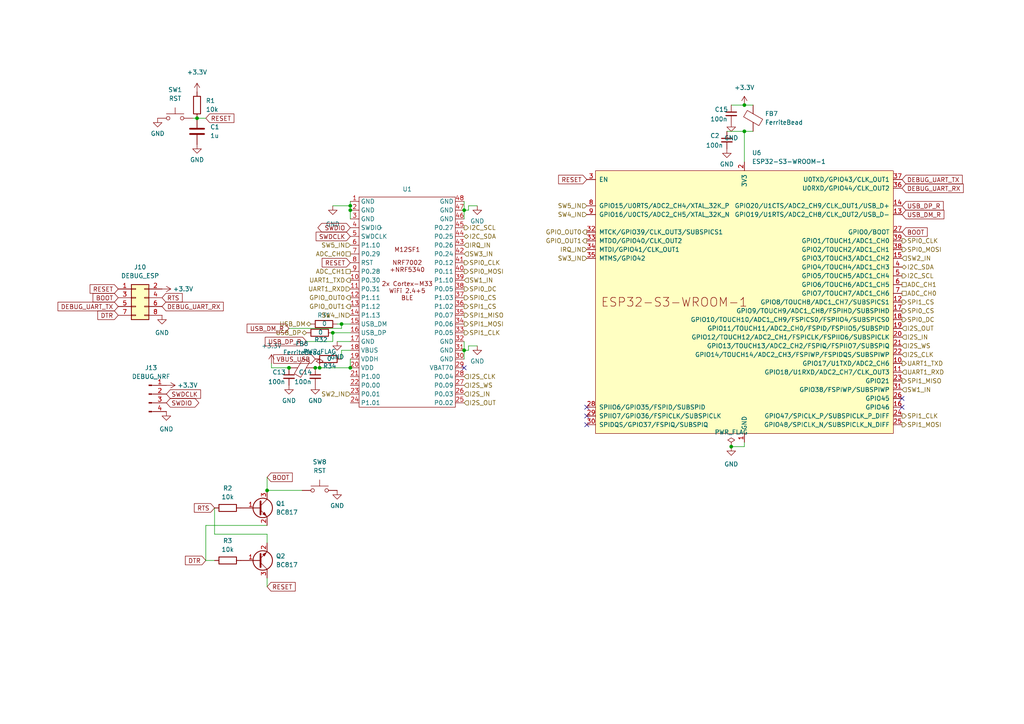
<source format=kicad_sch>
(kicad_sch (version 20231120) (generator "eeschema") (generator_version "8.0")
  (paper "A4")
  (lib_symbols
    (symbol "+3.3V_1" (power) (pin_names (offset 0))
      (property "Value" "+3.3V_1" (at 0 3.556 0))
      (symbol "+3.3V_1_0_1"
        (polyline (pts (xy -0.762 1.27) (xy 0 2.54)))
        (polyline (pts (xy 0 0) (xy 0 2.54)))
        (polyline (pts (xy 0 2.54) (xy 0.762 1.27)))
      )
      (symbol "+3.3V_1_1_1"
        (pin power_in line (at 0 0 90) (length 0) hide (name "+3.3V") (number "1"))
      )
    )
    (symbol "+3.3V_2" (power) (pin_names (offset 0))
      (property "Value" "+3.3V_2" (at 0 3.556 0))
      (symbol "+3.3V_2_0_1"
        (polyline (pts (xy -0.762 1.27) (xy 0 2.54)))
        (polyline (pts (xy 0 0) (xy 0 2.54)))
        (polyline (pts (xy 0 2.54) (xy 0.762 1.27)))
      )
      (symbol "+3.3V_2_1_1"
        (pin power_in line (at 0 0 90) (length 0) hide (name "+3.3V") (number "1"))
      )
    )
    (symbol "Connector:Conn_01x04_Pin" (pin_names (offset 1.016) hide)
      (property "Reference" "J" (at 0 5.08 0))
      (property "Value" "Conn_01x04_Pin" (at 0 -7.62 0))
      (symbol "Conn_01x04_Pin_1_1"
        (polyline (pts (xy 1.27 -5.08) (xy 0.8636 -5.08)) (stroke (width 0.1524)))
        (polyline (pts (xy 1.27 -2.54) (xy 0.8636 -2.54)) (stroke (width 0.1524)))
        (polyline (pts (xy 1.27 0) (xy 0.8636 0)) (stroke (width 0.1524)))
        (polyline (pts (xy 1.27 2.54) (xy 0.8636 2.54)) (stroke (width 0.1524)))
        (rectangle (start 0.8636 -4.953) (end 0 -5.207) (stroke (width 0.1524)) (fill (type outline)))
        (rectangle (start 0.8636 -2.413) (end 0 -2.667) (stroke (width 0.1524)) (fill (type outline)))
        (rectangle (start 0.8636 0.127) (end 0 -0.127) (stroke (width 0.1524)) (fill (type outline)))
        (rectangle (start 0.8636 2.667) (end 0 2.413) (stroke (width 0.1524)) (fill (type outline)))
        (pin passive line (at 5.08 2.54 180) (length 3.81) (name "Pin_1") (number "1"))
        (pin passive line (at 5.08 0 180) (length 3.81) (name "Pin_2") (number "2"))
        (pin passive line (at 5.08 -2.54 180) (length 3.81) (name "Pin_3") (number "3"))
        (pin passive line (at 5.08 -5.08 180) (length 3.81) (name "Pin_4") (number "4"))
      )
    )
    (symbol "Connector_Generic:Conn_02x04_Odd_Even" (pin_names (offset 1.016) hide)
      (property "Reference" "J" (at 1.27 5.08 0))
      (property "Value" "Conn_02x04_Odd_Even" (at 1.27 -7.62 0))
      (symbol "Conn_02x04_Odd_Even_1_1"
        (rectangle (start -1.27 -4.953) (end 0 -5.207) (stroke (width 0.1524)))
        (rectangle (start -1.27 -2.413) (end 0 -2.667) (stroke (width 0.1524)))
        (rectangle (start -1.27 0.127) (end 0 -0.127) (stroke (width 0.1524)))
        (rectangle (start -1.27 2.667) (end 0 2.413) (stroke (width 0.1524)))
        (rectangle (start -1.27 3.81) (end 3.81 -6.35) (stroke (width 0.254)) (fill (type background)))
        (rectangle (start 3.81 -4.953) (end 2.54 -5.207) (stroke (width 0.1524)))
        (rectangle (start 3.81 -2.413) (end 2.54 -2.667) (stroke (width 0.1524)))
        (rectangle (start 3.81 0.127) (end 2.54 -0.127) (stroke (width 0.1524)))
        (rectangle (start 3.81 2.667) (end 2.54 2.413) (stroke (width 0.1524)))
        (pin passive line (at -5.08 2.54 0) (length 3.81) (name "Pin_1") (number "1"))
        (pin passive line (at 7.62 2.54 180) (length 3.81) (name "Pin_2") (number "2"))
        (pin passive line (at -5.08 0 0) (length 3.81) (name "Pin_3") (number "3"))
        (pin passive line (at 7.62 0 180) (length 3.81) (name "Pin_4") (number "4"))
        (pin passive line (at -5.08 -2.54 0) (length 3.81) (name "Pin_5") (number "5"))
        (pin passive line (at 7.62 -2.54 180) (length 3.81) (name "Pin_6") (number "6"))
        (pin passive line (at -5.08 -5.08 0) (length 3.81) (name "Pin_7") (number "7"))
        (pin passive line (at 7.62 -5.08 180) (length 3.81) (name "Pin_8") (number "8"))
      )
    )
    (symbol "Device:C" (pin_numbers hide) (pin_names (offset 0.254))
      (property "Reference" "C" (at 0.635 2.54 0))
      (property "Value" "C" (at 0.635 -2.54 0))
      (symbol "C_0_1"
        (polyline (pts (xy -2.032 -0.762) (xy 2.032 -0.762)) (stroke (width 0.508)))
        (polyline (pts (xy -2.032 0.762) (xy 2.032 0.762)) (stroke (width 0.508)))
      )
      (symbol "C_1_1"
        (pin passive line (at 0 3.81 270) (length 2.794) (name "~") (number "1"))
        (pin passive line (at 0 -3.81 90) (length 2.794) (name "~") (number "2"))
      )
    )
    (symbol "Device:C_Small" (pin_numbers hide) (pin_names (offset 0.254) hide)
      (property "Reference" "C" (at 0.254 1.778 0))
      (property "Value" "C_Small" (at 0.254 -2.032 0))
      (symbol "C_Small_0_1"
        (polyline (pts (xy -1.524 -0.508) (xy 1.524 -0.508)) (stroke (width 0.3302)))
        (polyline (pts (xy -1.524 0.508) (xy 1.524 0.508)) (stroke (width 0.3048)))
      )
      (symbol "C_Small_1_1"
        (pin passive line (at 0 2.54 270) (length 2.032) (name "~") (number "1"))
        (pin passive line (at 0 -2.54 90) (length 2.032) (name "~") (number "2"))
      )
    )
    (symbol "Device:FerriteBead" (pin_numbers hide) (pin_names (offset 0))
      (property "Reference" "FB" (at -3.81 0.635 90))
      (property "Value" "FerriteBead" (at 3.81 0 90))
      (symbol "FerriteBead_0_1"
        (polyline (pts (xy 0 -1.27) (xy 0 -1.2192)))
        (polyline (pts (xy 0 1.27) (xy 0 1.2954)))
        (polyline (pts (xy -2.7686 0.4064) (xy -1.7018 2.2606) (xy 2.7686 -0.3048) (xy 1.6764 -2.159) (xy -2.7686 0.4064)))
      )
      (symbol "FerriteBead_1_1"
        (pin passive line (at 0 3.81 270) (length 2.54) (name "~") (number "1"))
        (pin passive line (at 0 -3.81 90) (length 2.54) (name "~") (number "2"))
      )
    )
    (symbol "Device:R" (pin_numbers hide) (pin_names (offset 0))
      (property "Reference" "R" (at 2.032 0 90))
      (property "Value" "R" (at 0 0 90))
      (symbol "R_0_1"
        (rectangle (start -1.016 -2.54) (end 1.016 2.54) (stroke (width 0.254)))
      )
      (symbol "R_1_1"
        (pin passive line (at 0 3.81 270) (length 1.27) (name "~") (number "1"))
        (pin passive line (at 0 -3.81 90) (length 1.27) (name "~") (number "2"))
      )
    )
    (symbol "Espressif:ESP32-S3-WROOM-1" (pin_names (offset 1.016))
      (property "Reference" "U" (at -43.18 43.18 0))
      (property "Value" "ESP32-S3-WROOM-1" (at -43.18 40.64 0))
      (symbol "ESP32-S3-WROOM-1_0_0"
        (text "ESP32-S3-WROOM-1" (at -20.32 0 0) (effects (font (size 2.54 2.54))))
        (pin power_in line (at 0 -40.64 90) (length 2.54) (name "GND") (number "1"))
        (pin bidirectional line (at 45.72 -17.78 180) (length 2.54) (name "GPIO17/U1TXD/ADC2_CH6") (number "10"))
        (pin bidirectional line (at 45.72 -20.32 180) (length 2.54) (name "GPIO18/U1RXD/ADC2_CH7/CLK_OUT3") (number "11"))
        (pin bidirectional line (at 45.72 0 180) (length 2.54) (name "GPIO8/TOUCH8/ADC1_CH7/SUBSPICS1") (number "12"))
        (pin bidirectional line (at 45.72 25.4 180) (length 2.54) (name "GPIO19/U1RTS/ADC2_CH8/CLK_OUT2/USB_D-") (number "13"))
        (pin bidirectional line (at 45.72 27.94 180) (length 2.54) (name "GPIO20/U1CTS/ADC2_CH9/CLK_OUT1/USB_D+") (number "14"))
        (pin bidirectional line (at 45.72 12.7 180) (length 2.54) (name "GPIO3/TOUCH3/ADC1_CH2") (number "15"))
        (pin bidirectional line (at 45.72 -30.48 180) (length 2.54) (name "GPIO46") (number "16"))
        (pin bidirectional line (at 45.72 -2.54 180) (length 2.54) (name "GPIO9/TOUCH9/ADC1_CH8/FSPIHD/SUBSPIHD") (number "17"))
        (pin bidirectional line (at 45.72 -5.08 180) (length 2.54) (name "GPIO10/TOUCH10/ADC1_CH9/FSPICS0/FSPIIO4/SUBSPICS0") (number "18"))
        (pin bidirectional line (at 45.72 -7.62 180) (length 2.54) (name "GPIO11/TOUCH11/ADC2_CH0/FSPID/FSPIIO5/SUBSPID") (number "19"))
        (pin power_in line (at 0 40.64 270) (length 2.54) (name "3V3") (number "2"))
        (pin bidirectional line (at 45.72 -10.16 180) (length 2.54) (name "GPIO12/TOUCH12/ADC2_CH1/FSPICLK/FSPIIO6/SUBSPICLK") (number "20"))
        (pin bidirectional line (at 45.72 -12.7 180) (length 2.54) (name "GPIO13/TOUCH13/ADC2_CH2/FSPIQ/FSPIIO7/SUBSPIQ") (number "21"))
        (pin bidirectional line (at 45.72 -15.24 180) (length 2.54) (name "GPIO14/TOUCH14/ADC2_CH3/FSPIWP/FSPIDQS/SUBSPIWP") (number "22"))
        (pin bidirectional line (at 45.72 -22.86 180) (length 2.54) (name "GPIO21") (number "23"))
        (pin bidirectional line (at 45.72 -33.02 180) (length 2.54) (name "GPIO47/SPICLK_P/SUBSPICLK_P_DIFF") (number "24"))
        (pin bidirectional line (at 45.72 -35.56 180) (length 2.54) (name "GPIO48/SPICLK_N/SUBSPICLK_N_DIFF") (number "25"))
        (pin bidirectional line (at 45.72 -27.94 180) (length 2.54) (name "GPIO45") (number "26"))
        (pin bidirectional line (at 45.72 20.32 180) (length 2.54) (name "GPIO0/BOOT") (number "27"))
        (pin bidirectional line (at -45.72 -30.48 0) (length 2.54) (name "SPIIO6/GPIO35/FSPID/SUBSPID") (number "28"))
        (pin bidirectional line (at -45.72 -33.02 0) (length 2.54) (name "SPIIO7/GPIO36/FSPICLK/SUBSPICLK") (number "29"))
        (pin input line (at -45.72 35.56 0) (length 2.54) (name "EN") (number "3"))
        (pin bidirectional line (at -45.72 -35.56 0) (length 2.54) (name "SPIDQS/GPIO37/FSPIQ/SUBSPIQ") (number "30"))
        (pin bidirectional line (at 45.72 -25.4 180) (length 2.54) (name "GPIO38/FSPIWP/SUBSPIWP") (number "31"))
        (pin bidirectional line (at -45.72 20.32 0) (length 2.54) (name "MTCK/GPIO39/CLK_OUT3/SUBSPICS1") (number "32"))
        (pin bidirectional line (at -45.72 17.78 0) (length 2.54) (name "MTDO/GPIO40/CLK_OUT2") (number "33"))
        (pin bidirectional line (at -45.72 15.24 0) (length 2.54) (name "MTDI/GPIO41/CLK_OUT1") (number "34"))
        (pin bidirectional line (at -45.72 12.7 0) (length 2.54) (name "MTMS/GPIO42") (number "35"))
        (pin bidirectional line (at 45.72 33.02 180) (length 2.54) (name "U0RXD/GPIO44/CLK_OUT2") (number "36"))
        (pin bidirectional line (at 45.72 35.56 180) (length 2.54) (name "U0TXD/GPIO43/CLK_OUT1") (number "37"))
        (pin bidirectional line (at 45.72 15.24 180) (length 2.54) (name "GPIO2/TOUCH2/ADC1_CH1") (number "38"))
        (pin bidirectional line (at 45.72 17.78 180) (length 2.54) (name "GPIO1/TOUCH1/ADC1_CH0") (number "39"))
        (pin bidirectional line (at 45.72 10.16 180) (length 2.54) (name "GPIO4/TOUCH4/ADC1_CH3") (number "4"))
        (pin passive line (at 0 -40.64 90) (length 2.54) hide (name "GND") (number "40"))
        (pin passive line (at 0 -40.64 90) (length 2.54) hide (name "GND") (number "41"))
        (pin bidirectional line (at 45.72 7.62 180) (length 2.54) (name "GPIO5/TOUCH5/ADC1_CH4") (number "5"))
        (pin bidirectional line (at 45.72 5.08 180) (length 2.54) (name "GPIO6/TOUCH6/ADC1_CH5") (number "6"))
        (pin bidirectional line (at 45.72 2.54 180) (length 2.54) (name "GPIO7/TOUCH7/ADC1_CH6") (number "7"))
        (pin bidirectional line (at -45.72 27.94 0) (length 2.54) (name "GPIO15/U0RTS/ADC2_CH4/XTAL_32K_P") (number "8"))
        (pin bidirectional line (at -45.72 25.4 0) (length 2.54) (name "GPIO16/U0CTS/ADC2_CH5/XTAL_32K_N") (number "9"))
      )
      (symbol "ESP32-S3-WROOM-1_0_1"
        (rectangle (start -43.18 38.1) (end 43.18 -38.1) (fill (type background)))
      )
    )
    (symbol "GND_1" (power) (pin_names (offset 0))
      (property "Value" "GND_1" (at 0 -3.81 0))
      (symbol "GND_1_0_1"
        (polyline (pts (xy 0 0) (xy 0 -1.27) (xy 1.27 -1.27) (xy 0 -2.54) (xy -1.27 -1.27) (xy 0 -1.27)))
      )
      (symbol "GND_1_1_1"
        (pin power_in line (at 0 0 270) (length 0) hide (name "GND") (number "1"))
      )
    )
    (symbol "GND_3" (power) (pin_names (offset 0))
      (property "Value" "GND_3" (at 0 -3.81 0))
      (symbol "GND_3_0_1"
        (polyline (pts (xy 0 0) (xy 0 -1.27) (xy 1.27 -1.27) (xy 0 -2.54) (xy -1.27 -1.27) (xy 0 -1.27)))
      )
      (symbol "GND_3_1_1"
        (pin power_in line (at 0 0 270) (length 0) hide (name "GND") (number "1"))
      )
    )
    (symbol "GND_4" (power) (pin_names (offset 0))
      (property "Value" "GND_4" (at 0 -3.81 0))
      (symbol "GND_4_0_1"
        (polyline (pts (xy 0 0) (xy 0 -1.27) (xy 1.27 -1.27) (xy 0 -2.54) (xy -1.27 -1.27) (xy 0 -1.27)))
      )
      (symbol "GND_4_1_1"
        (pin power_in line (at 0 0 270) (length 0) hide (name "GND") (number "1"))
      )
    )
    (symbol "GND_5" (power) (pin_names (offset 0))
      (property "Value" "GND_5" (at 0 -3.81 0))
      (symbol "GND_5_0_1"
        (polyline (pts (xy 0 0) (xy 0 -1.27) (xy 1.27 -1.27) (xy 0 -2.54) (xy -1.27 -1.27) (xy 0 -1.27)))
      )
      (symbol "GND_5_1_1"
        (pin power_in line (at 0 0 270) (length 0) hide (name "GND") (number "1"))
      )
    )
    (symbol "GND_6" (power) (pin_names (offset 0))
      (property "Value" "GND_6" (at 0 -3.81 0))
      (symbol "GND_6_0_1"
        (polyline (pts (xy 0 0) (xy 0 -1.27) (xy 1.27 -1.27) (xy 0 -2.54) (xy -1.27 -1.27) (xy 0 -1.27)))
      )
      (symbol "GND_6_1_1"
        (pin power_in line (at 0 0 270) (length 0) hide (name "GND") (number "1"))
      )
    )
    (symbol "GND_7" (power) (pin_numbers hide) (pin_names (offset 0) hide)
      (property "Value" "GND" (at 0 -3.81 0))
      (symbol "GND_7_0_1"
        (polyline (pts (xy 0 0) (xy 0 -1.27) (xy 1.27 -1.27) (xy 0 -2.54) (xy -1.27 -1.27) (xy 0 -1.27)))
      )
      (symbol "GND_7_1_1"
        (pin power_in line (at 0 0 270) (length 0) (name "~") (number "1"))
      )
    )
    (symbol "M12SF1:M12SF1"
      (property "Reference" "U" (at -6.35 33.02 0))
      (symbol "M12SF1_0_1"
        (rectangle (start -12.7 31.75) (end 15.24 -29.21))
      )
      (symbol "M12SF1_1_1"
        (text "M12SF1" (at 1.27 16.51 0) (effects (font (size 1.27 1.27))))
        (text "NRF7002\n+NRF5340\n\n2x Cortex-M33\nWiFi 2.4+5\nBLE" (at 1.27 7.62 0) (effects (font (size 1.27 1.27))))
        (pin power_in line (at -15.24 30.48 0) (length 2.54) (name "GND") (number "1"))
        (pin input line (at -15.24 7.62 0) (length 2.54) (name "P0.30") (number "10"))
        (pin input line (at -15.24 5.08 0) (length 2.54) (name "P0.31") (number "11"))
        (pin input line (at -15.24 2.54 0) (length 2.54) (name "P1.11") (number "12"))
        (pin input line (at -15.24 0 0) (length 2.54) (name "P1.12") (number "13"))
        (pin input line (at -15.24 -2.54 0) (length 2.54) (name "P1.13") (number "14"))
        (pin input line (at -15.24 -5.08 0) (length 2.54) (name "USB_DM") (number "15"))
        (pin input line (at -15.24 -7.62 0) (length 2.54) (name "USB_DP") (number "16"))
        (pin power_in line (at -15.24 -10.16 0) (length 2.54) (name "GND") (number "17"))
        (pin power_in line (at -15.24 -12.7 0) (length 2.54) (name "VBUS") (number "18"))
        (pin power_in line (at -15.24 -15.24 0) (length 2.54) (name "VDDH") (number "19"))
        (pin power_in line (at -15.24 27.94 0) (length 2.54) (name "GND") (number "2"))
        (pin power_in line (at -15.24 -17.78 0) (length 2.54) (name "VDD") (number "20"))
        (pin input line (at -15.24 -20.32 0) (length 2.54) (name "P1.00") (number "21"))
        (pin input line (at -15.24 -22.86 0) (length 2.54) (name "P0.00") (number "22"))
        (pin input line (at -15.24 -25.4 0) (length 2.54) (name "P0.01") (number "23"))
        (pin input line (at -15.24 -27.94 0) (length 2.54) (name "P1.01") (number "24"))
        (pin input line (at 17.78 -27.94 180) (length 2.54) (name "P0.02") (number "25"))
        (pin input line (at 17.78 -25.4 180) (length 2.54) (name "P0.03") (number "26"))
        (pin input line (at 17.78 -22.86 180) (length 2.54) (name "P0.09") (number "27"))
        (pin input line (at 17.78 -20.32 180) (length 2.54) (name "P0.04") (number "28"))
        (pin power_in line (at 17.78 -17.78 180) (length 2.54) (name "VBAT70") (number "29"))
        (pin power_in line (at -15.24 25.4 0) (length 2.54) (name "GND") (number "3"))
        (pin power_in line (at 17.78 -15.24 180) (length 2.54) (name "GND") (number "30"))
        (pin power_in line (at 17.78 -12.7 180) (length 2.54) (name "GND") (number "31"))
        (pin power_in line (at 17.78 -10.16 180) (length 2.54) (name "GND") (number "32"))
        (pin input line (at 17.78 -7.62 180) (length 2.54) (name "P0.05") (number "33"))
        (pin input line (at 17.78 -5.08 180) (length 2.54) (name "P0.06") (number "34"))
        (pin input line (at 17.78 -2.54 180) (length 2.54) (name "P0.07") (number "35"))
        (pin input line (at 17.78 0 180) (length 2.54) (name "P1.02") (number "36"))
        (pin input line (at 17.78 2.54 180) (length 2.54) (name "P1.03") (number "37"))
        (pin input line (at 17.78 5.08 180) (length 2.54) (name "P0.05") (number "38"))
        (pin input line (at 17.78 7.62 180) (length 2.54) (name "P1.10") (number "39"))
        (pin input line (at -15.24 22.86 0) (length 2.54) (name "SWDIO") (number "4"))
        (pin input line (at 17.78 10.16 180) (length 2.54) (name "P0.11") (number "40"))
        (pin input line (at 17.78 12.7 180) (length 2.54) (name "P0.12") (number "41"))
        (pin input line (at 17.78 15.24 180) (length 2.54) (name "P0.24") (number "42"))
        (pin input line (at 17.78 17.78 180) (length 2.54) (name "P0.26") (number "43"))
        (pin input line (at 17.78 20.32 180) (length 2.54) (name "P0.25") (number "44"))
        (pin input line (at 17.78 22.86 180) (length 2.54) (name "P0.27") (number "45"))
        (pin power_in line (at 17.78 25.4 180) (length 2.54) (name "GND") (number "46"))
        (pin power_in line (at 17.78 27.94 180) (length 2.54) (name "GND") (number "47"))
        (pin power_in line (at 17.78 30.48 180) (length 2.54) (name "GND") (number "48"))
        (pin input line (at -15.24 20.32 0) (length 2.54) (name "SWDCLK") (number "5"))
        (pin input line (at -15.24 17.78 0) (length 2.54) (name "P1.10") (number "6"))
        (pin input line (at -15.24 15.24 0) (length 2.54) (name "P0.29") (number "7"))
        (pin input line (at -15.24 12.7 0) (length 2.54) (name "RST") (number "8"))
        (pin input line (at -15.24 10.16 0) (length 2.54) (name "P0.28") (number "9"))
      )
    )
    (symbol "Switch:SW_Push" (pin_numbers hide) (pin_names (offset 1.016) hide)
      (property "Reference" "SW" (at 1.27 2.54 0))
      (property "Value" "SW_Push" (at 0 -1.524 0))
      (symbol "SW_Push_0_1"
        (circle (center -2.032 0) (radius 0.508))
        (polyline (pts (xy 0 1.27) (xy 0 3.048)))
        (polyline (pts (xy 2.54 1.27) (xy -2.54 1.27)))
        (circle (center 2.032 0) (radius 0.508))
        (pin passive line (at -5.08 0 0) (length 2.54) (name "1") (number "1"))
        (pin passive line (at 5.08 0 180) (length 2.54) (name "2") (number "2"))
      )
    )
    (symbol "Transistor_BJT:BC817" (pin_names (offset 0) hide)
      (property "Reference" "Q" (at 5.08 1.905 0))
      (property "Value" "BC817" (at 5.08 0 0))
      (symbol "BC817_0_1"
        (polyline (pts (xy 0.635 0.635) (xy 2.54 2.54)))
        (polyline (pts (xy 0.635 -0.635) (xy 2.54 -2.54) (xy 2.54 -2.54)))
        (polyline (pts (xy 0.635 1.905) (xy 0.635 -1.905) (xy 0.635 -1.905)) (stroke (width 0.508)))
        (polyline (pts (xy 1.27 -1.778) (xy 1.778 -1.27) (xy 2.286 -2.286) (xy 1.27 -1.778) (xy 1.27 -1.778)) (fill (type outline)))
        (circle (center 1.27 0) (radius 2.8194) (stroke (width 0.254)))
      )
      (symbol "BC817_1_1"
        (pin input line (at -5.08 0 0) (length 5.715) (name "B") (number "1"))
        (pin passive line (at 2.54 -5.08 90) (length 2.54) (name "E") (number "2"))
        (pin passive line (at 2.54 5.08 270) (length 2.54) (name "C") (number "3"))
      )
    )
    (symbol "power:+3.3V" (power) (pin_names (offset 0))
      (property "Value" "+3.3V" (at 0 3.556 0))
      (symbol "+3.3V_0_1"
        (polyline (pts (xy -0.762 1.27) (xy 0 2.54)))
        (polyline (pts (xy 0 0) (xy 0 2.54)))
        (polyline (pts (xy 0 2.54) (xy 0.762 1.27)))
      )
      (symbol "+3.3V_1_1"
        (pin power_in line (at 0 0 90) (length 0) hide (name "+3.3V") (number "1"))
      )
    )
    (symbol "power:GND" (power) (pin_names (offset 0))
      (property "Value" "GND" (at 0 -3.81 0))
      (symbol "GND_0_1"
        (polyline (pts (xy 0 0) (xy 0 -1.27) (xy 1.27 -1.27) (xy 0 -2.54) (xy -1.27 -1.27) (xy 0 -1.27)))
      )
      (symbol "GND_1_1"
        (pin power_in line (at 0 0 270) (length 0) hide (name "GND") (number "1"))
      )
    )
    (symbol "power:PWR_FLAG" (power) (pin_numbers hide) (pin_names (offset 0) hide)
      (property "Value" "PWR_FLAG" (at 0 3.81 0))
      (symbol "PWR_FLAG_0_0"
        (pin power_out line (at 0 0 90) (length 0) (name "pwr") (number "1"))
      )
      (symbol "PWR_FLAG_0_1"
        (polyline (pts (xy 0 0) (xy 0 1.27) (xy -1.016 1.905) (xy 0 2.54) (xy 1.016 1.905) (xy 0 1.27)))
      )
    )
  )
  (junction (at 215.9 38.1))
  (junction (at 91.44 106.68))
  (junction (at 77.47 142.24))
  (junction (at 101.6 106.68))
  (junction (at 83.82 106.68))
  (junction (at 101.6 59.69))
  (junction (at 92.71 106.68))
  (junction (at 96.52 96.52))
  (junction (at 215.9 30.48))
  (junction (at 101.6 60.96))
  (junction (at 212.09 129.54))
  (junction (at 134.62 101.6))
  (junction (at 134.62 60.96))
  (junction (at 99.06 93.98))
  (junction (at 57.15 34.29))
  (no_connect (at 170.18 120.65))
  (no_connect (at 261.62 118.11))
  (no_connect (at 261.62 115.57))
  (no_connect (at 170.18 123.19))
  (no_connect (at 134.62 106.68))
  (no_connect (at 170.18 118.11))
  (wire (pts (xy 218.44 30.48) (xy 215.9 30.48)))
  (wire (pts (xy 77.47 152.4) (xy 59.69 152.4)))
  (wire (pts (xy 62.23 147.32) (xy 62.23 154.94)))
  (wire (pts (xy 212.09 129.54) (xy 215.9 129.54)))
  (wire (pts (xy 138.43 100.33) (xy 135.89 100.33)))
  (wire (pts (xy 134.62 101.6) (xy 134.62 104.14)))
  (wire (pts (xy 57.15 34.29) (xy 55.88 34.29)))
  (wire (pts (xy 138.43 59.69) (xy 135.89 59.69)))
  (wire (pts (xy 215.9 38.1) (xy 215.9 46.99)))
  (wire (pts (xy 134.62 99.06) (xy 134.62 101.6)))
  (wire (pts (xy 101.6 99.06) (xy 97.79 99.06)))
  (wire (pts (xy 59.69 34.29) (xy 57.15 34.29)))
  (wire (pts (xy 99.06 93.98) (xy 101.6 93.98)))
  (wire (pts (xy 135.89 101.6) (xy 134.62 101.6)))
  (wire (pts (xy 134.62 58.42) (xy 134.62 60.96)))
  (wire (pts (xy 210.82 38.1) (xy 215.9 38.1)))
  (wire (pts (xy 101.6 60.96) (xy 101.6 63.5)))
  (wire (pts (xy 87.63 142.24) (xy 77.47 142.24)))
  (wire (pts (xy 99.06 101.6) (xy 101.6 101.6)))
  (wire (pts (xy 135.89 100.33) (xy 135.89 101.6)))
  (wire (pts (xy 101.6 58.42) (xy 101.6 59.69)))
  (wire (pts (xy 134.62 60.96) (xy 134.62 63.5)))
  (wire (pts (xy 88.9 99.06) (xy 96.52 99.06)))
  (wire (pts (xy 77.47 138.43) (xy 77.47 142.24)))
  (wire (pts (xy 77.47 167.64) (xy 77.47 170.18)))
  (wire (pts (xy 77.47 154.94) (xy 77.47 157.48)))
  (wire (pts (xy 97.79 93.98) (xy 99.06 93.98)))
  (wire (pts (xy 59.69 152.4) (xy 59.69 162.56)))
  (wire (pts (xy 101.6 104.14) (xy 101.6 106.68)))
  (wire (pts (xy 78.74 106.68) (xy 83.82 106.68)))
  (wire (pts (xy 99.06 95.25) (xy 99.06 93.98)))
  (wire (pts (xy 99.06 104.14) (xy 99.06 101.6)))
  (wire (pts (xy 218.44 38.1) (xy 215.9 38.1)))
  (wire (pts (xy 62.23 154.94) (xy 77.47 154.94)))
  (wire (pts (xy 96.52 96.52) (xy 101.6 96.52)))
  (wire (pts (xy 91.44 106.68) (xy 92.71 106.68)))
  (wire (pts (xy 96.52 99.06) (xy 96.52 96.52)))
  (wire (pts (xy 135.89 60.96) (xy 134.62 60.96)))
  (wire (pts (xy 101.6 59.69) (xy 101.6 60.96)))
  (wire (pts (xy 101.6 106.68) (xy 92.71 106.68)))
  (wire (pts (xy 135.89 59.69) (xy 135.89 60.96)))
  (wire (pts (xy 212.09 30.48) (xy 215.9 30.48)))
  (wire (pts (xy 59.69 162.56) (xy 62.23 162.56)))
  (wire (pts (xy 78.74 106.68) (xy 78.74 105.41)))
  (wire (pts (xy 215.9 129.54) (xy 215.9 128.27)))
  (wire (pts (xy 83.82 95.25) (xy 99.06 95.25)))
  (wire (pts (xy 96.52 59.69) (xy 101.6 59.69)))
  (global_label "USB_DM_R" (shape input) (at 261.62 62.23 0) (property "Intersheetrefs" "${INTERSHEET_REFS}" (effects (hide yes))))
  (global_label "VBUS_USB" (shape input) (at 91.44 104.14 180) (property "Intersheetrefs" "${INTERSHEET_REFS}" (effects (hide yes))))
  (global_label "RTS" (shape input) (at 62.23 147.32 180) (property "Intersheetrefs" "${INTERSHEET_REFS}" (effects (hide yes))) (property "Intersheet-verwijzingen" "${INTERSHEET_REFS}" (effects (hide yes))))
  (global_label "USB_DM_R" (shape input) (at 83.82 95.25 180) (property "Intersheetrefs" "${INTERSHEET_REFS}" (effects (hide yes))))
  (global_label "BOOT" (shape input) (at 77.47 138.43 0) (property "Intersheetrefs" "${INTERSHEET_REFS}" (effects (hide yes))))
  (global_label "DEBUG_UART_TX" (shape input) (at 261.62 52.07 0) (property "Intersheetrefs" "${INTERSHEET_REFS}" (effects (hide yes))))
  (global_label "DTR" (shape input) (at 59.69 162.56 180) (property "Intersheetrefs" "${INTERSHEET_REFS}" (effects (hide yes))) (property "Intersheet-verwijzingen" "${INTERSHEET_REFS}" (effects (hide yes))))
  (global_label "SWDIO" (shape bidirectional) (at 48.26 116.84 0) (property "Intersheetrefs" "${INTERSHEET_REFS}" (effects (hide yes))))
  (global_label "DTR" (shape input) (at 34.29 91.44 180) (property "Intersheetrefs" "${INTERSHEET_REFS}" (effects (hide yes))) (property "Intersheet-verwijzingen" "${INTERSHEET_REFS}" (effects (hide yes))))
  (global_label "BOOT" (shape input) (at 34.29 86.36 180) (property "Intersheetrefs" "${INTERSHEET_REFS}" (effects (hide yes))))
  (global_label "RESET" (shape input) (at 170.18 52.07 180) (property "Intersheetrefs" "${INTERSHEET_REFS}" (effects (hide yes))) (property "Intersheet-verwijzingen" "${INTERSHEET_REFS}" (effects (hide yes))))
  (global_label "RESET" (shape input) (at 34.29 83.82 180) (property "Intersheetrefs" "${INTERSHEET_REFS}" (effects (hide yes))) (property "Intersheet-verwijzingen" "${INTERSHEET_REFS}" (effects (hide yes))))
  (global_label "DEBUG_UART_TX" (shape input) (at 34.29 88.9 180) (property "Intersheetrefs" "${INTERSHEET_REFS}" (effects (hide yes))))
  (global_label "USB_DP_R" (shape input) (at 88.9 99.06 180) (property "Intersheetrefs" "${INTERSHEET_REFS}" (effects (hide yes))))
  (global_label "RESET" (shape input) (at 77.47 170.18 0) (property "Intersheetrefs" "${INTERSHEET_REFS}" (effects (hide yes))) (property "Intersheet-verwijzingen" "${INTERSHEET_REFS}" (effects (hide yes))))
  (global_label "DEBUG_UART_RX" (shape input) (at 46.99 88.9 0) (property "Intersheetrefs" "${INTERSHEET_REFS}" (effects (hide yes))))
  (global_label "BOOT" (shape input) (at 261.62 67.31 0) (property "Intersheetrefs" "${INTERSHEET_REFS}" (effects (hide yes))))
  (global_label "RESET" (shape input) (at 59.69 34.29 0) (property "Intersheetrefs" "${INTERSHEET_REFS}" (effects (hide yes))) (property "Intersheet-verwijzingen" "${INTERSHEET_REFS}" (effects (hide yes))))
  (global_label "SWDIO" (shape bidirectional) (at 101.6 66.04 180) (property "Intersheetrefs" "${INTERSHEET_REFS}" (effects (hide yes))))
  (global_label "SWDCLK" (shape input) (at 101.6 68.58 180) (property "Intersheetrefs" "${INTERSHEET_REFS}" (effects (hide yes))))
  (global_label "RTS" (shape input) (at 46.99 86.36 0) (property "Intersheetrefs" "${INTERSHEET_REFS}" (effects (hide yes))) (property "Intersheet-verwijzingen" "${INTERSHEET_REFS}" (effects (hide yes))))
  (global_label "RESET" (shape input) (at 101.6 76.2 180) (property "Intersheetrefs" "${INTERSHEET_REFS}" (effects (hide yes))) (property "Intersheet-verwijzingen" "${INTERSHEET_REFS}" (effects (hide yes))))
  (global_label "SWDCLK" (shape input) (at 48.26 114.3 0) (property "Intersheetrefs" "${INTERSHEET_REFS}" (effects (hide yes))))
  (global_label "USB_DP_R" (shape input) (at 261.62 59.69 0) (property "Intersheetrefs" "${INTERSHEET_REFS}" (effects (hide yes))))
  (global_label "DEBUG_UART_RX" (shape input) (at 261.62 54.61 0) (property "Intersheetrefs" "${INTERSHEET_REFS}" (effects (hide yes))))
  (hierarchical_label "IRQ_IN" (shape input) (at 134.62 71.12 0))
  (hierarchical_label "SPI0_CS" (shape output) (at 134.62 86.36 0))
  (hierarchical_label "SW2_IN" (shape input) (at 261.62 74.93 0))
  (hierarchical_label "SPI0_MOSI" (shape output) (at 261.62 72.39 0))
  (hierarchical_label "I2S_CLK" (shape input) (at 261.62 102.87 0))
  (hierarchical_label "UART1_RXD" (shape input) (at 101.6 83.82 180))
  (hierarchical_label "SPI0_DC" (shape output) (at 261.62 92.71 0))
  (hierarchical_label "SPI1_MOSI" (shape output) (at 261.62 123.19 0))
  (hierarchical_label "SW2_IN" (shape input) (at 101.6 114.3 180))
  (hierarchical_label "ADC_CH0" (shape passive) (at 261.62 85.09 0))
  (hierarchical_label "SPI1_CLK" (shape output) (at 134.62 96.52 0))
  (hierarchical_label "I2S_OUT" (shape input) (at 134.62 116.84 0))
  (hierarchical_label "GPIO_OUT1" (shape output) (at 170.18 69.85 180))
  (hierarchical_label "SPI1_CS" (shape output) (at 261.62 87.63 0))
  (hierarchical_label "SPI1_MISO" (shape output) (at 261.62 110.49 0))
  (hierarchical_label "I2S_WS" (shape input) (at 261.62 100.33 0))
  (hierarchical_label "IRQ_IN" (shape input) (at 170.18 72.39 180))
  (hierarchical_label "ADC_CH1" (shape passive) (at 261.62 82.55 0))
  (hierarchical_label "UART1_RXD" (shape input) (at 261.62 107.95 0))
  (hierarchical_label "SPI0_DC" (shape output) (at 134.62 83.82 0))
  (hierarchical_label "SW3_IN" (shape input) (at 134.62 73.66 0))
  (hierarchical_label "SW5_IN" (shape input) (at 170.18 59.69 180))
  (hierarchical_label "ADC_CH1" (shape passive) (at 101.6 78.74 180))
  (hierarchical_label "I2C_SDA" (shape bidirectional) (at 261.62 77.47 0))
  (hierarchical_label "I2C_SCL" (shape output) (at 261.62 80.01 0))
  (hierarchical_label "SW4_IN" (shape input) (at 170.18 62.23 180))
  (hierarchical_label "I2C_SDA" (shape bidirectional) (at 134.62 68.58 0))
  (hierarchical_label "SPI0_CLK" (shape output) (at 261.62 69.85 0))
  (hierarchical_label "SW1_IN" (shape input) (at 134.62 81.28 0))
  (hierarchical_label "I2C_SCL" (shape output) (at 134.62 66.04 0))
  (hierarchical_label "UART1_TXD" (shape output) (at 261.62 105.41 0))
  (hierarchical_label "GPIO_OUT0" (shape output) (at 101.6 86.36 180))
  (hierarchical_label "GPIO_OUT0" (shape output) (at 170.18 67.31 180))
  (hierarchical_label "USB_DM" (shape bidirectional) (at 90.17 93.98 180))
  (hierarchical_label "I2S_WS" (shape input) (at 134.62 111.76 0))
  (hierarchical_label "ADC_CH0" (shape passive) (at 101.6 73.66 180))
  (hierarchical_label "SPI0_CS" (shape output) (at 261.62 90.17 0))
  (hierarchical_label "I2S_OUT" (shape input) (at 261.62 95.25 0))
  (hierarchical_label "SPI1_CS" (shape output) (at 134.62 88.9 0))
  (hierarchical_label "I2S_IN" (shape input) (at 261.62 97.79 0))
  (hierarchical_label "SPI0_CLK" (shape output) (at 134.62 76.2 0))
  (hierarchical_label "I2S_IN" (shape input) (at 134.62 114.3 0))
  (hierarchical_label "SPI0_MOSI" (shape output) (at 134.62 78.74 0))
  (hierarchical_label "GPIO_OUT1" (shape output) (at 101.6 88.9 180))
  (hierarchical_label "SW3_IN" (shape input) (at 170.18 74.93 180))
  (hierarchical_label "SPI1_MOSI" (shape output) (at 134.62 93.98 0))
  (hierarchical_label "UART1_TXD" (shape output) (at 101.6 81.28 180))
  (hierarchical_label "SPI1_MISO" (shape output) (at 134.62 91.44 0))
  (hierarchical_label "SW4_IN" (shape input) (at 101.6 91.44 180))
  (hierarchical_label "SPI1_CLK" (shape output) (at 261.62 120.65 0))
  (hierarchical_label "SW1_IN" (shape input) (at 261.62 113.03 0))
  (hierarchical_label "SW5_IN" (shape input) (at 101.6 71.12 180))
  (hierarchical_label "USB_DP" (shape bidirectional) (at 88.9 96.52 180))
  (hierarchical_label "I2S_CLK" (shape input) (at 134.62 109.22 0))
  (symbol (lib_id "Device:FerriteBead") (at 218.44 34.29 0) (unit 1)
    (property "Reference" "FB7" (at 221.869 32.9692 0) (effects (justify left)))
    (property "Value" "FerriteBead" (at 221.869 35.5092 0) (effects (justify left)))
    (property "Footprint" "Resistor_SMD:R_1812_4532Metric" (effects (hide yes)))
  )
  (symbol (lib_id "Connector:Conn_01x04_Pin") (at 43.18 114.3 0) (unit 1)
    (property "Reference" "J13" (at 43.815 106.68 0))
    (property "Value" "DEBUG_NRF" (at 43.815 109.22 0))
    (property "Footprint" "Connector_PinHeader_2.54mm:PinHeader_2x02_P2.54mm_Vertical_SMD" (effects (hide yes)))
    (property "Description" "Generic connector, single row, 01x04, script generated" (effects (hide yes)))
  )
  (symbol (lib_id "Switch:SW_Push") (at 50.8 34.29 0) (unit 1)
    (property "Reference" "SW1" (at 50.8 26.035 0))
    (property "Value" "RST" (at 50.8 28.575 0))
    (property "Footprint" "Button_Switch_SMD:SW_SPST_B3S-1000" (effects (hide yes)))
  )
  (symbol (lib_id "Connector_Generic:Conn_02x04_Odd_Even") (at 39.37 86.36 0) (unit 1)
    (property "Reference" "J10" (at 40.64 77.47 0))
    (property "Value" "DEBUG_ESP" (at 40.64 80.01 0))
    (property "Footprint" "Connector_PinHeader_2.54mm:PinHeader_2x04_P2.54mm_Vertical_SMD" (effects (hide yes)))
    (property "Description" "Generic connector, double row, 02x04, odd/even pin numbering scheme (row 1 odd numbers, row 2 even numbers), script generated (kicad-library-utils/schlib/autogen/connector/)" (effects (hide yes)))
  )
  (symbol (lib_id "Device:C_Small") (at 212.09 33.02 0) (unit 1)
    (property "Reference" "C15" (at 207.264 31.75 0) (effects (justify left)))
    (property "Value" "100n" (at 205.994 34.544 0) (effects (justify left)))
    (property "Footprint" "Capacitor_SMD:C_0603_1608Metric_Pad1.08x0.95mm_HandSolder" (effects (hide yes)))
  )
  (symbol (lib_id "Transistor_BJT:BC817") (at 74.93 162.56 0) (mirror x) (unit 1)
    (property "Reference" "Q2" (at 80.01 161.2899 0) (effects (justify left)))
    (property "Value" "BC817" (at 80.01 163.8299 0) (effects (justify left)))
    (property "Footprint" "Package_TO_SOT_SMD:SOT-23" (effects (hide yes)))
    (property "Datasheet" "https://www.onsemi.com/pub/Collateral/BC818-D.pdf" (effects (hide yes)))
  )
  (symbol (lib_id "power:PWR_FLAG") (at 212.09 129.54 0) (unit 1)
    (property "Reference" "#FLG05" (effects (hide yes)))
    (property "Value" "PWR_FLAG" (at 212.09 125.349 0))
  )
  (symbol (lib_name "+3.3V_1") (lib_id "power:+3.3V") (at 46.99 83.82 270) (unit 1)
    (property "Reference" "#PWR011" (effects (hide yes)))
    (property "Value" "+3.3V" (at 50.165 83.8199 90) (effects (justify left)))
  )
  (symbol (lib_id "Device:R") (at 95.25 104.14 90) (unit 1)
    (property "Reference" "R34" (at 95.631 106.172 90))
    (property "Value" "0" (at 95.504 104.013 90))
    (property "Footprint" "Resistor_SMD:R_0603_1608Metric_Pad0.98x0.95mm_HandSolder" (effects (hide yes)))
  )
  (symbol (lib_id "Device:R") (at 92.71 96.52 90) (unit 1)
    (property "Reference" "R32" (at 93.091 98.552 90))
    (property "Value" "0" (at 92.964 96.393 90))
    (property "Footprint" "Resistor_SMD:R_0603_1608Metric_Pad0.98x0.95mm_HandSolder" (effects (hide yes)))
  )
  (symbol (lib_name "GND_6") (lib_id "power:GND") (at 212.09 35.56 0) (unit 1)
    (property "Reference" "#PWR079" (effects (hide yes)))
    (property "Value" "GND" (at 212.09 40.005 0))
  )
  (symbol (lib_id "Device:R") (at 66.04 147.32 90) (unit 1)
    (property "Reference" "R2" (at 66.04 141.605 90))
    (property "Value" "10k" (at 66.04 144.145 90))
    (property "Footprint" "Resistor_SMD:R_0603_1608Metric_Pad0.98x0.95mm_HandSolder" (effects (hide yes)))
  )
  (symbol (lib_name "GND_6") (lib_id "power:GND") (at 210.82 43.18 0) (unit 1)
    (property "Reference" "#PWR04" (effects (hide yes)))
    (property "Value" "GND" (at 210.82 47.625 0))
  )
  (symbol (lib_id "Espressif:ESP32-S3-WROOM-1") (at 215.9 87.63 0) (unit 1)
    (property "Reference" "U6" (at 218.0941 44.323 0) (effects (justify left)))
    (property "Value" "ESP32-S3-WROOM-1" (at 218.0941 46.863 0) (effects (justify left)))
    (property "Footprint" "Espressif:ESP32-S3-WROOM-1" (effects (hide yes)))
    (property "Datasheet" "https://www.espressif.com/sites/default/files/documentation/esp32-s3-wroom-1_wroom-1u_datasheet_en.pdf" (effects (hide yes)))
  )
  (symbol (lib_name "+3.3V_1") (lib_id "power:+3.3V") (at 48.26 111.76 270) (unit 1)
    (property "Reference" "#PWR0108" (effects (hide yes)))
    (property "Value" "+3.3V" (at 51.435 111.7599 90) (effects (justify left)))
  )
  (symbol (lib_id "Device:C") (at 57.15 38.1 0) (unit 1)
    (property "Reference" "C1" (at 60.96 36.8299 0) (effects (justify left)))
    (property "Value" "1u" (at 60.96 39.3699 0) (effects (justify left)))
    (property "Footprint" "Capacitor_SMD:C_0603_1608Metric_Pad1.08x0.95mm_HandSolder" (effects (hide yes)))
  )
  (symbol (lib_name "+3.3V_2") (lib_id "power:+3.3V") (at 57.15 26.67 0) (unit 1)
    (property "Reference" "#PWR02" (effects (hide yes)))
    (property "Value" "+3.3V" (at 57.15 20.955 0))
  )
  (symbol (lib_name "GND_7") (lib_id "power:GND") (at 46.99 91.44 0) (unit 1)
    (property "Reference" "#PWR09" (effects (hide yes)))
    (property "Value" "GND" (at 46.99 96.52 0))
    (property "Description" "Power symbol creates a global label with name \"GND\" , ground" (effects (hide yes)))
  )
  (symbol (lib_id "Device:R") (at 57.15 30.48 0) (unit 1)
    (property "Reference" "R1" (at 59.69 29.2099 0) (effects (justify left)))
    (property "Value" "10k" (at 59.69 31.7499 0) (effects (justify left)))
    (property "Footprint" "Resistor_SMD:R_0603_1608Metric_Pad0.98x0.95mm_HandSolder" (effects (hide yes)))
  )
  (symbol (lib_id "M12SF1:M12SF1") (at 116.84 88.9 0) (unit 1)
    (property "Reference" "U1" (at 118.11 54.864 0))
    (property "Value" "~" (at 110.49 66.04 0))
    (property "Footprint" "M12SF1:M12SF1" (effects (hide yes)))
  )
  (symbol (lib_id "Device:FerriteBead") (at 87.63 106.68 90) (unit 1)
    (property "Reference" "FB8" (at 87.5792 99.695 90))
    (property "Value" "FerriteBead" (at 87.5792 102.235 90))
    (property "Footprint" "Resistor_SMD:R_1812_4532Metric" (effects (hide yes)))
  )
  (symbol (lib_id "Device:C_Small") (at 91.44 109.22 0) (unit 1)
    (property "Reference" "C14" (at 86.614 107.95 0) (effects (justify left)))
    (property "Value" "100n" (at 85.344 110.744 0) (effects (justify left)))
    (property "Footprint" "Capacitor_SMD:C_0603_1608Metric_Pad1.08x0.95mm_HandSolder" (effects (hide yes)))
  )
  (symbol (lib_id "Switch:SW_Push") (at 92.71 142.24 0) (unit 1)
    (property "Reference" "SW8" (at 92.71 133.985 0))
    (property "Value" "RST" (at 92.71 136.525 0))
    (property "Footprint" "Button_Switch_SMD:SW_SPST_B3S-1000" (effects (hide yes)))
  )
  (symbol (lib_name "GND_6") (lib_id "power:GND") (at 91.44 111.76 0) (unit 1)
    (property "Reference" "#PWR078" (effects (hide yes)))
    (property "Value" "GND" (at 91.44 116.205 0))
  )
  (symbol (lib_id "power:PWR_FLAG") (at 92.71 106.68 0) (unit 1)
    (property "Reference" "#FLG04" (effects (hide yes)))
    (property "Value" "PWR_FLAG" (at 92.71 101.981 0))
  )
  (symbol (lib_name "GND_1") (lib_id "power:GND") (at 97.79 99.06 0) (unit 1)
    (property "Reference" "#PWR072" (effects (hide yes)))
    (property "Value" "GND" (at 97.79 103.505 0))
  )
  (symbol (lib_name "GND_1") (lib_id "power:GND") (at 138.43 59.69 0) (unit 1)
    (property "Reference" "#PWR070" (effects (hide yes)))
    (property "Value" "GND" (at 138.43 64.135 0))
  )
  (symbol (lib_id "power:+3.3V") (at 215.9 30.48 0) (unit 1)
    (property "Reference" "#PWR05" (effects (hide yes)))
    (property "Value" "+3.3V" (at 215.9 25.4 0))
  )
  (symbol (lib_id "Transistor_BJT:BC817") (at 74.93 147.32 0) (unit 1)
    (property "Reference" "Q1" (at 80.01 146.0499 0) (effects (justify left)))
    (property "Value" "BC817" (at 80.01 148.5899 0) (effects (justify left)))
    (property "Footprint" "Package_TO_SOT_SMD:SOT-23" (effects (hide yes)))
    (property "Datasheet" "https://www.onsemi.com/pub/Collateral/BC818-D.pdf" (effects (hide yes)))
  )
  (symbol (lib_name "GND_5") (lib_id "power:GND") (at 97.79 142.24 0) (unit 1)
    (property "Reference" "#PWR0107" (effects (hide yes)))
    (property "Value" "GND" (at 97.79 146.685 0))
  )
  (symbol (lib_name "GND_1") (lib_id "power:GND") (at 138.43 100.33 0) (unit 1)
    (property "Reference" "#PWR071" (effects (hide yes)))
    (property "Value" "GND" (at 138.43 104.775 0))
  )
  (symbol (lib_name "GND_3") (lib_id "power:GND") (at 96.52 59.69 0) (unit 1)
    (property "Reference" "#PWR069" (effects (hide yes)))
    (property "Value" "GND" (at 96.52 65.024 0))
  )
  (symbol (lib_name "GND_7") (lib_id "power:GND") (at 48.26 119.38 0) (unit 1)
    (property "Reference" "#PWR0109" (effects (hide yes)))
    (property "Value" "GND" (at 48.26 124.46 0))
    (property "Description" "Power symbol creates a global label with name \"GND\" , ground" (effects (hide yes)))
  )
  (symbol (lib_name "GND_4") (lib_id "power:GND") (at 57.15 41.91 0) (unit 1)
    (property "Reference" "#PWR03" (effects (hide yes)))
    (property "Value" "GND" (at 57.15 46.355 0))
  )
  (symbol (lib_id "Device:C_Small") (at 210.82 40.64 0) (unit 1)
    (property "Reference" "C2" (at 205.994 39.37 0) (effects (justify left)))
    (property "Value" "100n" (at 204.724 42.164 0) (effects (justify left)))
    (property "Footprint" "Capacitor_SMD:C_0603_1608Metric_Pad1.08x0.95mm_HandSolder" (effects (hide yes)))
  )
  (symbol (lib_id "power:GND") (at 212.09 129.54 0) (unit 1)
    (property "Reference" "#PWR06" (effects (hide yes)))
    (property "Value" "GND" (at 212.09 134.62 0))
  )
  (symbol (lib_name "+3.3V_1") (lib_id "power:+3.3V") (at 78.74 105.41 0) (unit 1)
    (property "Reference" "#PWR024" (effects (hide yes)))
    (property "Value" "+3.3V" (at 78.74 100.33 0))
  )
  (symbol (lib_id "Device:R") (at 66.04 162.56 90) (unit 1)
    (property "Reference" "R3" (at 66.04 156.845 90))
    (property "Value" "10k" (at 66.04 159.385 90))
    (property "Footprint" "Resistor_SMD:R_0603_1608Metric_Pad0.98x0.95mm_HandSolder" (effects (hide yes)))
  )
  (symbol (lib_id "Device:R") (at 93.98 93.98 90) (unit 1)
    (property "Reference" "R31" (at 93.98 91.44 90))
    (property "Value" "0" (at 94.107 93.853 90))
    (property "Footprint" "Resistor_SMD:R_0603_1608Metric_Pad0.98x0.95mm_HandSolder" (effects (hide yes)))
  )
  (symbol (lib_name "GND_6") (lib_id "power:GND") (at 83.82 111.76 0) (unit 1)
    (property "Reference" "#PWR077" (effects (hide yes)))
    (property "Value" "GND" (at 83.82 116.205 0))
  )
  (symbol (lib_name "GND_5") (lib_id "power:GND") (at 45.72 34.29 0) (unit 1)
    (property "Reference" "#PWR01" (effects (hide yes)))
    (property "Value" "GND" (at 45.72 38.735 0))
  )
  (symbol (lib_id "Device:C_Small") (at 83.82 109.22 0) (unit 1)
    (property "Reference" "C13" (at 78.994 107.95 0) (effects (justify left)))
    (property "Value" "100n" (at 77.724 110.744 0) (effects (justify left)))
    (property "Footprint" "Capacitor_SMD:C_0603_1608Metric_Pad1.08x0.95mm_HandSolder" (effects (hide yes)))
  )
)
</source>
